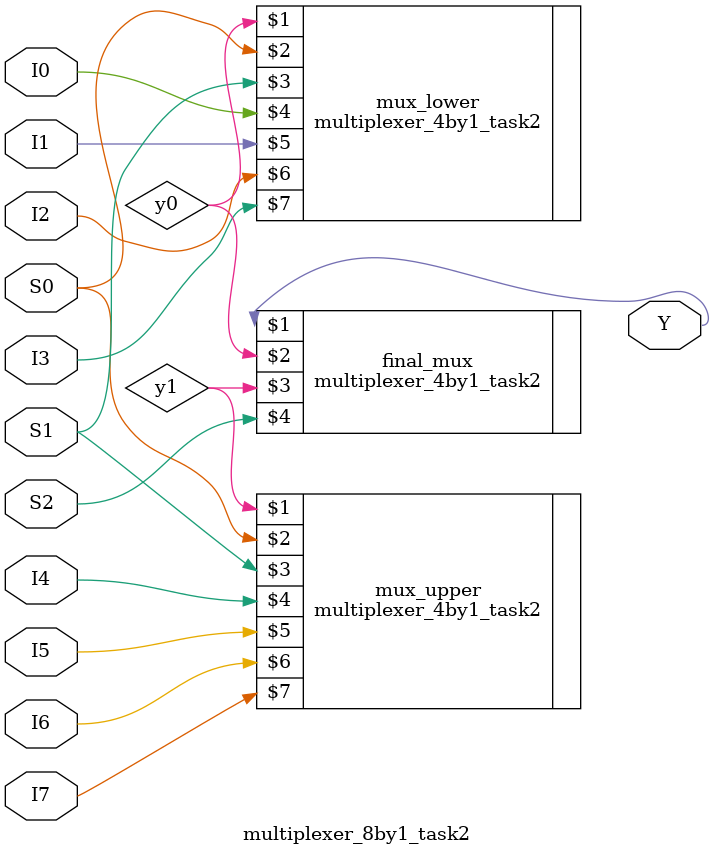
<source format=v>
`include "mux21_st.v"
`include "multiplexer_4by1_task2.v"

module multiplexer_8by1_task2(output Y, input S0, S1, S2, input I0, I1, I2, I3, I4, I5, I6, I7);

  wire y0, y1; // Outputs of the 4-to-1 multiplexers
  
  // First 4-to-1 multiplexer for the inputs I0 to I3
  multiplexer_4by1_task2 mux_lower(y0, S0, S1, I0, I1, I2, I3);
  
  // Second 4-to-1 multiplexer for the inputs I4 to I7
  multiplexer_4by1_task2 mux_upper(y1, S0, S1, I4, I5, I6, I7);
  
  // 2-to-1 multiplexer to combine the results of the two 4-to-1 multiplexers
  multiplexer_4by1_task2 final_mux(Y, y0, y1, S2);

endmodule

</source>
